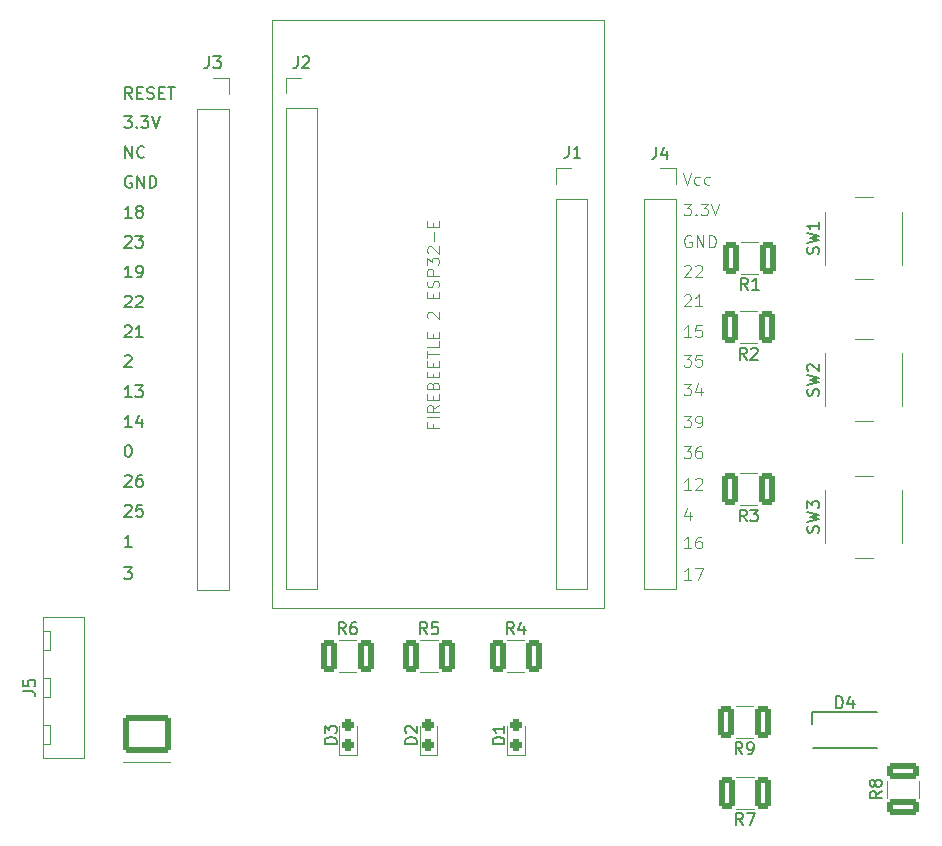
<source format=gbr>
%TF.GenerationSoftware,KiCad,Pcbnew,8.0.3*%
%TF.CreationDate,2024-07-08T01:17:26+08:00*%
%TF.ProjectId,First_pcb,46697273-745f-4706-9362-2e6b69636164,rev?*%
%TF.SameCoordinates,Original*%
%TF.FileFunction,Legend,Top*%
%TF.FilePolarity,Positive*%
%FSLAX46Y46*%
G04 Gerber Fmt 4.6, Leading zero omitted, Abs format (unit mm)*
G04 Created by KiCad (PCBNEW 8.0.3) date 2024-07-08 01:17:26*
%MOMM*%
%LPD*%
G01*
G04 APERTURE LIST*
G04 Aperture macros list*
%AMRoundRect*
0 Rectangle with rounded corners*
0 $1 Rounding radius*
0 $2 $3 $4 $5 $6 $7 $8 $9 X,Y pos of 4 corners*
0 Add a 4 corners polygon primitive as box body*
4,1,4,$2,$3,$4,$5,$6,$7,$8,$9,$2,$3,0*
0 Add four circle primitives for the rounded corners*
1,1,$1+$1,$2,$3*
1,1,$1+$1,$4,$5*
1,1,$1+$1,$6,$7*
1,1,$1+$1,$8,$9*
0 Add four rect primitives between the rounded corners*
20,1,$1+$1,$2,$3,$4,$5,0*
20,1,$1+$1,$4,$5,$6,$7,0*
20,1,$1+$1,$6,$7,$8,$9,0*
20,1,$1+$1,$8,$9,$2,$3,0*%
G04 Aperture macros list end*
%ADD10C,0.100000*%
%ADD11C,0.150000*%
%ADD12C,0.120000*%
%ADD13RoundRect,0.237500X0.237500X-0.287500X0.237500X0.287500X-0.237500X0.287500X-0.237500X-0.287500X0*%
%ADD14C,2.000000*%
%ADD15RoundRect,0.250000X0.400000X1.075000X-0.400000X1.075000X-0.400000X-1.075000X0.400000X-1.075000X0*%
%ADD16RoundRect,0.250000X-0.400000X-1.075000X0.400000X-1.075000X0.400000X1.075000X-0.400000X1.075000X0*%
%ADD17R,1.700000X1.700000*%
%ADD18O,1.700000X1.700000*%
%ADD19RoundRect,0.250000X1.800000X-1.330000X1.800000X1.330000X-1.800000X1.330000X-1.800000X-1.330000X0*%
%ADD20O,4.100000X3.160000*%
%ADD21RoundRect,0.250000X1.075000X-0.400000X1.075000X0.400000X-1.075000X0.400000X-1.075000X-0.400000X0*%
%ADD22R,1.500000X1.000000*%
G04 APERTURE END LIST*
D10*
X119668609Y-71952782D02*
X119668609Y-72286115D01*
X120192419Y-72286115D02*
X119192419Y-72286115D01*
X119192419Y-72286115D02*
X119192419Y-71809925D01*
X120192419Y-71428972D02*
X119192419Y-71428972D01*
X120192419Y-70381354D02*
X119716228Y-70714687D01*
X120192419Y-70952782D02*
X119192419Y-70952782D01*
X119192419Y-70952782D02*
X119192419Y-70571830D01*
X119192419Y-70571830D02*
X119240038Y-70476592D01*
X119240038Y-70476592D02*
X119287657Y-70428973D01*
X119287657Y-70428973D02*
X119382895Y-70381354D01*
X119382895Y-70381354D02*
X119525752Y-70381354D01*
X119525752Y-70381354D02*
X119620990Y-70428973D01*
X119620990Y-70428973D02*
X119668609Y-70476592D01*
X119668609Y-70476592D02*
X119716228Y-70571830D01*
X119716228Y-70571830D02*
X119716228Y-70952782D01*
X119668609Y-69952782D02*
X119668609Y-69619449D01*
X120192419Y-69476592D02*
X120192419Y-69952782D01*
X120192419Y-69952782D02*
X119192419Y-69952782D01*
X119192419Y-69952782D02*
X119192419Y-69476592D01*
X119668609Y-68714687D02*
X119716228Y-68571830D01*
X119716228Y-68571830D02*
X119763847Y-68524211D01*
X119763847Y-68524211D02*
X119859085Y-68476592D01*
X119859085Y-68476592D02*
X120001942Y-68476592D01*
X120001942Y-68476592D02*
X120097180Y-68524211D01*
X120097180Y-68524211D02*
X120144800Y-68571830D01*
X120144800Y-68571830D02*
X120192419Y-68667068D01*
X120192419Y-68667068D02*
X120192419Y-69048020D01*
X120192419Y-69048020D02*
X119192419Y-69048020D01*
X119192419Y-69048020D02*
X119192419Y-68714687D01*
X119192419Y-68714687D02*
X119240038Y-68619449D01*
X119240038Y-68619449D02*
X119287657Y-68571830D01*
X119287657Y-68571830D02*
X119382895Y-68524211D01*
X119382895Y-68524211D02*
X119478133Y-68524211D01*
X119478133Y-68524211D02*
X119573371Y-68571830D01*
X119573371Y-68571830D02*
X119620990Y-68619449D01*
X119620990Y-68619449D02*
X119668609Y-68714687D01*
X119668609Y-68714687D02*
X119668609Y-69048020D01*
X119668609Y-68048020D02*
X119668609Y-67714687D01*
X120192419Y-67571830D02*
X120192419Y-68048020D01*
X120192419Y-68048020D02*
X119192419Y-68048020D01*
X119192419Y-68048020D02*
X119192419Y-67571830D01*
X119668609Y-67143258D02*
X119668609Y-66809925D01*
X120192419Y-66667068D02*
X120192419Y-67143258D01*
X120192419Y-67143258D02*
X119192419Y-67143258D01*
X119192419Y-67143258D02*
X119192419Y-66667068D01*
X119192419Y-66381353D02*
X119192419Y-65809925D01*
X120192419Y-66095639D02*
X119192419Y-66095639D01*
X120192419Y-65000401D02*
X120192419Y-65476591D01*
X120192419Y-65476591D02*
X119192419Y-65476591D01*
X119668609Y-64667067D02*
X119668609Y-64333734D01*
X120192419Y-64190877D02*
X120192419Y-64667067D01*
X120192419Y-64667067D02*
X119192419Y-64667067D01*
X119192419Y-64667067D02*
X119192419Y-64190877D01*
X119287657Y-63048019D02*
X119240038Y-63000400D01*
X119240038Y-63000400D02*
X119192419Y-62905162D01*
X119192419Y-62905162D02*
X119192419Y-62667067D01*
X119192419Y-62667067D02*
X119240038Y-62571829D01*
X119240038Y-62571829D02*
X119287657Y-62524210D01*
X119287657Y-62524210D02*
X119382895Y-62476591D01*
X119382895Y-62476591D02*
X119478133Y-62476591D01*
X119478133Y-62476591D02*
X119620990Y-62524210D01*
X119620990Y-62524210D02*
X120192419Y-63095638D01*
X120192419Y-63095638D02*
X120192419Y-62476591D01*
X119668609Y-61286114D02*
X119668609Y-60952781D01*
X120192419Y-60809924D02*
X120192419Y-61286114D01*
X120192419Y-61286114D02*
X119192419Y-61286114D01*
X119192419Y-61286114D02*
X119192419Y-60809924D01*
X120144800Y-60428971D02*
X120192419Y-60286114D01*
X120192419Y-60286114D02*
X120192419Y-60048019D01*
X120192419Y-60048019D02*
X120144800Y-59952781D01*
X120144800Y-59952781D02*
X120097180Y-59905162D01*
X120097180Y-59905162D02*
X120001942Y-59857543D01*
X120001942Y-59857543D02*
X119906704Y-59857543D01*
X119906704Y-59857543D02*
X119811466Y-59905162D01*
X119811466Y-59905162D02*
X119763847Y-59952781D01*
X119763847Y-59952781D02*
X119716228Y-60048019D01*
X119716228Y-60048019D02*
X119668609Y-60238495D01*
X119668609Y-60238495D02*
X119620990Y-60333733D01*
X119620990Y-60333733D02*
X119573371Y-60381352D01*
X119573371Y-60381352D02*
X119478133Y-60428971D01*
X119478133Y-60428971D02*
X119382895Y-60428971D01*
X119382895Y-60428971D02*
X119287657Y-60381352D01*
X119287657Y-60381352D02*
X119240038Y-60333733D01*
X119240038Y-60333733D02*
X119192419Y-60238495D01*
X119192419Y-60238495D02*
X119192419Y-60000400D01*
X119192419Y-60000400D02*
X119240038Y-59857543D01*
X120192419Y-59428971D02*
X119192419Y-59428971D01*
X119192419Y-59428971D02*
X119192419Y-59048019D01*
X119192419Y-59048019D02*
X119240038Y-58952781D01*
X119240038Y-58952781D02*
X119287657Y-58905162D01*
X119287657Y-58905162D02*
X119382895Y-58857543D01*
X119382895Y-58857543D02*
X119525752Y-58857543D01*
X119525752Y-58857543D02*
X119620990Y-58905162D01*
X119620990Y-58905162D02*
X119668609Y-58952781D01*
X119668609Y-58952781D02*
X119716228Y-59048019D01*
X119716228Y-59048019D02*
X119716228Y-59428971D01*
X119192419Y-58524209D02*
X119192419Y-57905162D01*
X119192419Y-57905162D02*
X119573371Y-58238495D01*
X119573371Y-58238495D02*
X119573371Y-58095638D01*
X119573371Y-58095638D02*
X119620990Y-58000400D01*
X119620990Y-58000400D02*
X119668609Y-57952781D01*
X119668609Y-57952781D02*
X119763847Y-57905162D01*
X119763847Y-57905162D02*
X120001942Y-57905162D01*
X120001942Y-57905162D02*
X120097180Y-57952781D01*
X120097180Y-57952781D02*
X120144800Y-58000400D01*
X120144800Y-58000400D02*
X120192419Y-58095638D01*
X120192419Y-58095638D02*
X120192419Y-58381352D01*
X120192419Y-58381352D02*
X120144800Y-58476590D01*
X120144800Y-58476590D02*
X120097180Y-58524209D01*
X119287657Y-57524209D02*
X119240038Y-57476590D01*
X119240038Y-57476590D02*
X119192419Y-57381352D01*
X119192419Y-57381352D02*
X119192419Y-57143257D01*
X119192419Y-57143257D02*
X119240038Y-57048019D01*
X119240038Y-57048019D02*
X119287657Y-57000400D01*
X119287657Y-57000400D02*
X119382895Y-56952781D01*
X119382895Y-56952781D02*
X119478133Y-56952781D01*
X119478133Y-56952781D02*
X119620990Y-57000400D01*
X119620990Y-57000400D02*
X120192419Y-57571828D01*
X120192419Y-57571828D02*
X120192419Y-56952781D01*
X119811466Y-56524209D02*
X119811466Y-55762305D01*
X119668609Y-55286114D02*
X119668609Y-54952781D01*
X120192419Y-54809924D02*
X120192419Y-55286114D01*
X120192419Y-55286114D02*
X119192419Y-55286114D01*
X119192419Y-55286114D02*
X119192419Y-54809924D01*
X106050000Y-37800000D02*
X134190000Y-37800000D01*
X134190000Y-87570000D01*
X106050000Y-87570000D01*
X106050000Y-37800000D01*
X141527693Y-85172419D02*
X140956265Y-85172419D01*
X141241979Y-85172419D02*
X141241979Y-84172419D01*
X141241979Y-84172419D02*
X141146741Y-84315276D01*
X141146741Y-84315276D02*
X141051503Y-84410514D01*
X141051503Y-84410514D02*
X140956265Y-84458133D01*
X141861027Y-84172419D02*
X142527693Y-84172419D01*
X142527693Y-84172419D02*
X142099122Y-85172419D01*
X141527693Y-82522419D02*
X140956265Y-82522419D01*
X141241979Y-82522419D02*
X141241979Y-81522419D01*
X141241979Y-81522419D02*
X141146741Y-81665276D01*
X141146741Y-81665276D02*
X141051503Y-81760514D01*
X141051503Y-81760514D02*
X140956265Y-81808133D01*
X142384836Y-81522419D02*
X142194360Y-81522419D01*
X142194360Y-81522419D02*
X142099122Y-81570038D01*
X142099122Y-81570038D02*
X142051503Y-81617657D01*
X142051503Y-81617657D02*
X141956265Y-81760514D01*
X141956265Y-81760514D02*
X141908646Y-81950990D01*
X141908646Y-81950990D02*
X141908646Y-82331942D01*
X141908646Y-82331942D02*
X141956265Y-82427180D01*
X141956265Y-82427180D02*
X142003884Y-82474800D01*
X142003884Y-82474800D02*
X142099122Y-82522419D01*
X142099122Y-82522419D02*
X142289598Y-82522419D01*
X142289598Y-82522419D02*
X142384836Y-82474800D01*
X142384836Y-82474800D02*
X142432455Y-82427180D01*
X142432455Y-82427180D02*
X142480074Y-82331942D01*
X142480074Y-82331942D02*
X142480074Y-82093847D01*
X142480074Y-82093847D02*
X142432455Y-81998609D01*
X142432455Y-81998609D02*
X142384836Y-81950990D01*
X142384836Y-81950990D02*
X142289598Y-81903371D01*
X142289598Y-81903371D02*
X142099122Y-81903371D01*
X142099122Y-81903371D02*
X142003884Y-81950990D01*
X142003884Y-81950990D02*
X141956265Y-81998609D01*
X141956265Y-81998609D02*
X141908646Y-82093847D01*
X141432455Y-79455752D02*
X141432455Y-80122419D01*
X141194360Y-79074800D02*
X140956265Y-79789085D01*
X140956265Y-79789085D02*
X141575312Y-79789085D01*
X141527693Y-77572419D02*
X140956265Y-77572419D01*
X141241979Y-77572419D02*
X141241979Y-76572419D01*
X141241979Y-76572419D02*
X141146741Y-76715276D01*
X141146741Y-76715276D02*
X141051503Y-76810514D01*
X141051503Y-76810514D02*
X140956265Y-76858133D01*
X141908646Y-76667657D02*
X141956265Y-76620038D01*
X141956265Y-76620038D02*
X142051503Y-76572419D01*
X142051503Y-76572419D02*
X142289598Y-76572419D01*
X142289598Y-76572419D02*
X142384836Y-76620038D01*
X142384836Y-76620038D02*
X142432455Y-76667657D01*
X142432455Y-76667657D02*
X142480074Y-76762895D01*
X142480074Y-76762895D02*
X142480074Y-76858133D01*
X142480074Y-76858133D02*
X142432455Y-77000990D01*
X142432455Y-77000990D02*
X141861027Y-77572419D01*
X141861027Y-77572419D02*
X142480074Y-77572419D01*
X140908646Y-73872419D02*
X141527693Y-73872419D01*
X141527693Y-73872419D02*
X141194360Y-74253371D01*
X141194360Y-74253371D02*
X141337217Y-74253371D01*
X141337217Y-74253371D02*
X141432455Y-74300990D01*
X141432455Y-74300990D02*
X141480074Y-74348609D01*
X141480074Y-74348609D02*
X141527693Y-74443847D01*
X141527693Y-74443847D02*
X141527693Y-74681942D01*
X141527693Y-74681942D02*
X141480074Y-74777180D01*
X141480074Y-74777180D02*
X141432455Y-74824800D01*
X141432455Y-74824800D02*
X141337217Y-74872419D01*
X141337217Y-74872419D02*
X141051503Y-74872419D01*
X141051503Y-74872419D02*
X140956265Y-74824800D01*
X140956265Y-74824800D02*
X140908646Y-74777180D01*
X142384836Y-73872419D02*
X142194360Y-73872419D01*
X142194360Y-73872419D02*
X142099122Y-73920038D01*
X142099122Y-73920038D02*
X142051503Y-73967657D01*
X142051503Y-73967657D02*
X141956265Y-74110514D01*
X141956265Y-74110514D02*
X141908646Y-74300990D01*
X141908646Y-74300990D02*
X141908646Y-74681942D01*
X141908646Y-74681942D02*
X141956265Y-74777180D01*
X141956265Y-74777180D02*
X142003884Y-74824800D01*
X142003884Y-74824800D02*
X142099122Y-74872419D01*
X142099122Y-74872419D02*
X142289598Y-74872419D01*
X142289598Y-74872419D02*
X142384836Y-74824800D01*
X142384836Y-74824800D02*
X142432455Y-74777180D01*
X142432455Y-74777180D02*
X142480074Y-74681942D01*
X142480074Y-74681942D02*
X142480074Y-74443847D01*
X142480074Y-74443847D02*
X142432455Y-74348609D01*
X142432455Y-74348609D02*
X142384836Y-74300990D01*
X142384836Y-74300990D02*
X142289598Y-74253371D01*
X142289598Y-74253371D02*
X142099122Y-74253371D01*
X142099122Y-74253371D02*
X142003884Y-74300990D01*
X142003884Y-74300990D02*
X141956265Y-74348609D01*
X141956265Y-74348609D02*
X141908646Y-74443847D01*
X140908646Y-71272419D02*
X141527693Y-71272419D01*
X141527693Y-71272419D02*
X141194360Y-71653371D01*
X141194360Y-71653371D02*
X141337217Y-71653371D01*
X141337217Y-71653371D02*
X141432455Y-71700990D01*
X141432455Y-71700990D02*
X141480074Y-71748609D01*
X141480074Y-71748609D02*
X141527693Y-71843847D01*
X141527693Y-71843847D02*
X141527693Y-72081942D01*
X141527693Y-72081942D02*
X141480074Y-72177180D01*
X141480074Y-72177180D02*
X141432455Y-72224800D01*
X141432455Y-72224800D02*
X141337217Y-72272419D01*
X141337217Y-72272419D02*
X141051503Y-72272419D01*
X141051503Y-72272419D02*
X140956265Y-72224800D01*
X140956265Y-72224800D02*
X140908646Y-72177180D01*
X142003884Y-72272419D02*
X142194360Y-72272419D01*
X142194360Y-72272419D02*
X142289598Y-72224800D01*
X142289598Y-72224800D02*
X142337217Y-72177180D01*
X142337217Y-72177180D02*
X142432455Y-72034323D01*
X142432455Y-72034323D02*
X142480074Y-71843847D01*
X142480074Y-71843847D02*
X142480074Y-71462895D01*
X142480074Y-71462895D02*
X142432455Y-71367657D01*
X142432455Y-71367657D02*
X142384836Y-71320038D01*
X142384836Y-71320038D02*
X142289598Y-71272419D01*
X142289598Y-71272419D02*
X142099122Y-71272419D01*
X142099122Y-71272419D02*
X142003884Y-71320038D01*
X142003884Y-71320038D02*
X141956265Y-71367657D01*
X141956265Y-71367657D02*
X141908646Y-71462895D01*
X141908646Y-71462895D02*
X141908646Y-71700990D01*
X141908646Y-71700990D02*
X141956265Y-71796228D01*
X141956265Y-71796228D02*
X142003884Y-71843847D01*
X142003884Y-71843847D02*
X142099122Y-71891466D01*
X142099122Y-71891466D02*
X142289598Y-71891466D01*
X142289598Y-71891466D02*
X142384836Y-71843847D01*
X142384836Y-71843847D02*
X142432455Y-71796228D01*
X142432455Y-71796228D02*
X142480074Y-71700990D01*
X140908646Y-68572419D02*
X141527693Y-68572419D01*
X141527693Y-68572419D02*
X141194360Y-68953371D01*
X141194360Y-68953371D02*
X141337217Y-68953371D01*
X141337217Y-68953371D02*
X141432455Y-69000990D01*
X141432455Y-69000990D02*
X141480074Y-69048609D01*
X141480074Y-69048609D02*
X141527693Y-69143847D01*
X141527693Y-69143847D02*
X141527693Y-69381942D01*
X141527693Y-69381942D02*
X141480074Y-69477180D01*
X141480074Y-69477180D02*
X141432455Y-69524800D01*
X141432455Y-69524800D02*
X141337217Y-69572419D01*
X141337217Y-69572419D02*
X141051503Y-69572419D01*
X141051503Y-69572419D02*
X140956265Y-69524800D01*
X140956265Y-69524800D02*
X140908646Y-69477180D01*
X142384836Y-68905752D02*
X142384836Y-69572419D01*
X142146741Y-68524800D02*
X141908646Y-69239085D01*
X141908646Y-69239085D02*
X142527693Y-69239085D01*
X140908646Y-66122419D02*
X141527693Y-66122419D01*
X141527693Y-66122419D02*
X141194360Y-66503371D01*
X141194360Y-66503371D02*
X141337217Y-66503371D01*
X141337217Y-66503371D02*
X141432455Y-66550990D01*
X141432455Y-66550990D02*
X141480074Y-66598609D01*
X141480074Y-66598609D02*
X141527693Y-66693847D01*
X141527693Y-66693847D02*
X141527693Y-66931942D01*
X141527693Y-66931942D02*
X141480074Y-67027180D01*
X141480074Y-67027180D02*
X141432455Y-67074800D01*
X141432455Y-67074800D02*
X141337217Y-67122419D01*
X141337217Y-67122419D02*
X141051503Y-67122419D01*
X141051503Y-67122419D02*
X140956265Y-67074800D01*
X140956265Y-67074800D02*
X140908646Y-67027180D01*
X142432455Y-66122419D02*
X141956265Y-66122419D01*
X141956265Y-66122419D02*
X141908646Y-66598609D01*
X141908646Y-66598609D02*
X141956265Y-66550990D01*
X141956265Y-66550990D02*
X142051503Y-66503371D01*
X142051503Y-66503371D02*
X142289598Y-66503371D01*
X142289598Y-66503371D02*
X142384836Y-66550990D01*
X142384836Y-66550990D02*
X142432455Y-66598609D01*
X142432455Y-66598609D02*
X142480074Y-66693847D01*
X142480074Y-66693847D02*
X142480074Y-66931942D01*
X142480074Y-66931942D02*
X142432455Y-67027180D01*
X142432455Y-67027180D02*
X142384836Y-67074800D01*
X142384836Y-67074800D02*
X142289598Y-67122419D01*
X142289598Y-67122419D02*
X142051503Y-67122419D01*
X142051503Y-67122419D02*
X141956265Y-67074800D01*
X141956265Y-67074800D02*
X141908646Y-67027180D01*
X141527693Y-64622419D02*
X140956265Y-64622419D01*
X141241979Y-64622419D02*
X141241979Y-63622419D01*
X141241979Y-63622419D02*
X141146741Y-63765276D01*
X141146741Y-63765276D02*
X141051503Y-63860514D01*
X141051503Y-63860514D02*
X140956265Y-63908133D01*
X142432455Y-63622419D02*
X141956265Y-63622419D01*
X141956265Y-63622419D02*
X141908646Y-64098609D01*
X141908646Y-64098609D02*
X141956265Y-64050990D01*
X141956265Y-64050990D02*
X142051503Y-64003371D01*
X142051503Y-64003371D02*
X142289598Y-64003371D01*
X142289598Y-64003371D02*
X142384836Y-64050990D01*
X142384836Y-64050990D02*
X142432455Y-64098609D01*
X142432455Y-64098609D02*
X142480074Y-64193847D01*
X142480074Y-64193847D02*
X142480074Y-64431942D01*
X142480074Y-64431942D02*
X142432455Y-64527180D01*
X142432455Y-64527180D02*
X142384836Y-64574800D01*
X142384836Y-64574800D02*
X142289598Y-64622419D01*
X142289598Y-64622419D02*
X142051503Y-64622419D01*
X142051503Y-64622419D02*
X141956265Y-64574800D01*
X141956265Y-64574800D02*
X141908646Y-64527180D01*
X140956265Y-61117657D02*
X141003884Y-61070038D01*
X141003884Y-61070038D02*
X141099122Y-61022419D01*
X141099122Y-61022419D02*
X141337217Y-61022419D01*
X141337217Y-61022419D02*
X141432455Y-61070038D01*
X141432455Y-61070038D02*
X141480074Y-61117657D01*
X141480074Y-61117657D02*
X141527693Y-61212895D01*
X141527693Y-61212895D02*
X141527693Y-61308133D01*
X141527693Y-61308133D02*
X141480074Y-61450990D01*
X141480074Y-61450990D02*
X140908646Y-62022419D01*
X140908646Y-62022419D02*
X141527693Y-62022419D01*
X142480074Y-62022419D02*
X141908646Y-62022419D01*
X142194360Y-62022419D02*
X142194360Y-61022419D01*
X142194360Y-61022419D02*
X142099122Y-61165276D01*
X142099122Y-61165276D02*
X142003884Y-61260514D01*
X142003884Y-61260514D02*
X141908646Y-61308133D01*
X140956265Y-58617657D02*
X141003884Y-58570038D01*
X141003884Y-58570038D02*
X141099122Y-58522419D01*
X141099122Y-58522419D02*
X141337217Y-58522419D01*
X141337217Y-58522419D02*
X141432455Y-58570038D01*
X141432455Y-58570038D02*
X141480074Y-58617657D01*
X141480074Y-58617657D02*
X141527693Y-58712895D01*
X141527693Y-58712895D02*
X141527693Y-58808133D01*
X141527693Y-58808133D02*
X141480074Y-58950990D01*
X141480074Y-58950990D02*
X140908646Y-59522419D01*
X140908646Y-59522419D02*
X141527693Y-59522419D01*
X141908646Y-58617657D02*
X141956265Y-58570038D01*
X141956265Y-58570038D02*
X142051503Y-58522419D01*
X142051503Y-58522419D02*
X142289598Y-58522419D01*
X142289598Y-58522419D02*
X142384836Y-58570038D01*
X142384836Y-58570038D02*
X142432455Y-58617657D01*
X142432455Y-58617657D02*
X142480074Y-58712895D01*
X142480074Y-58712895D02*
X142480074Y-58808133D01*
X142480074Y-58808133D02*
X142432455Y-58950990D01*
X142432455Y-58950990D02*
X141861027Y-59522419D01*
X141861027Y-59522419D02*
X142480074Y-59522419D01*
X141527693Y-56070038D02*
X141432455Y-56022419D01*
X141432455Y-56022419D02*
X141289598Y-56022419D01*
X141289598Y-56022419D02*
X141146741Y-56070038D01*
X141146741Y-56070038D02*
X141051503Y-56165276D01*
X141051503Y-56165276D02*
X141003884Y-56260514D01*
X141003884Y-56260514D02*
X140956265Y-56450990D01*
X140956265Y-56450990D02*
X140956265Y-56593847D01*
X140956265Y-56593847D02*
X141003884Y-56784323D01*
X141003884Y-56784323D02*
X141051503Y-56879561D01*
X141051503Y-56879561D02*
X141146741Y-56974800D01*
X141146741Y-56974800D02*
X141289598Y-57022419D01*
X141289598Y-57022419D02*
X141384836Y-57022419D01*
X141384836Y-57022419D02*
X141527693Y-56974800D01*
X141527693Y-56974800D02*
X141575312Y-56927180D01*
X141575312Y-56927180D02*
X141575312Y-56593847D01*
X141575312Y-56593847D02*
X141384836Y-56593847D01*
X142003884Y-57022419D02*
X142003884Y-56022419D01*
X142003884Y-56022419D02*
X142575312Y-57022419D01*
X142575312Y-57022419D02*
X142575312Y-56022419D01*
X143051503Y-57022419D02*
X143051503Y-56022419D01*
X143051503Y-56022419D02*
X143289598Y-56022419D01*
X143289598Y-56022419D02*
X143432455Y-56070038D01*
X143432455Y-56070038D02*
X143527693Y-56165276D01*
X143527693Y-56165276D02*
X143575312Y-56260514D01*
X143575312Y-56260514D02*
X143622931Y-56450990D01*
X143622931Y-56450990D02*
X143622931Y-56593847D01*
X143622931Y-56593847D02*
X143575312Y-56784323D01*
X143575312Y-56784323D02*
X143527693Y-56879561D01*
X143527693Y-56879561D02*
X143432455Y-56974800D01*
X143432455Y-56974800D02*
X143289598Y-57022419D01*
X143289598Y-57022419D02*
X143051503Y-57022419D01*
X140908646Y-53322419D02*
X141527693Y-53322419D01*
X141527693Y-53322419D02*
X141194360Y-53703371D01*
X141194360Y-53703371D02*
X141337217Y-53703371D01*
X141337217Y-53703371D02*
X141432455Y-53750990D01*
X141432455Y-53750990D02*
X141480074Y-53798609D01*
X141480074Y-53798609D02*
X141527693Y-53893847D01*
X141527693Y-53893847D02*
X141527693Y-54131942D01*
X141527693Y-54131942D02*
X141480074Y-54227180D01*
X141480074Y-54227180D02*
X141432455Y-54274800D01*
X141432455Y-54274800D02*
X141337217Y-54322419D01*
X141337217Y-54322419D02*
X141051503Y-54322419D01*
X141051503Y-54322419D02*
X140956265Y-54274800D01*
X140956265Y-54274800D02*
X140908646Y-54227180D01*
X141956265Y-54227180D02*
X142003884Y-54274800D01*
X142003884Y-54274800D02*
X141956265Y-54322419D01*
X141956265Y-54322419D02*
X141908646Y-54274800D01*
X141908646Y-54274800D02*
X141956265Y-54227180D01*
X141956265Y-54227180D02*
X141956265Y-54322419D01*
X142337217Y-53322419D02*
X142956264Y-53322419D01*
X142956264Y-53322419D02*
X142622931Y-53703371D01*
X142622931Y-53703371D02*
X142765788Y-53703371D01*
X142765788Y-53703371D02*
X142861026Y-53750990D01*
X142861026Y-53750990D02*
X142908645Y-53798609D01*
X142908645Y-53798609D02*
X142956264Y-53893847D01*
X142956264Y-53893847D02*
X142956264Y-54131942D01*
X142956264Y-54131942D02*
X142908645Y-54227180D01*
X142908645Y-54227180D02*
X142861026Y-54274800D01*
X142861026Y-54274800D02*
X142765788Y-54322419D01*
X142765788Y-54322419D02*
X142480074Y-54322419D01*
X142480074Y-54322419D02*
X142384836Y-54274800D01*
X142384836Y-54274800D02*
X142337217Y-54227180D01*
X143241979Y-53322419D02*
X143575312Y-54322419D01*
X143575312Y-54322419D02*
X143908645Y-53322419D01*
X140861027Y-50722419D02*
X141194360Y-51722419D01*
X141194360Y-51722419D02*
X141527693Y-50722419D01*
X142289598Y-51674800D02*
X142194360Y-51722419D01*
X142194360Y-51722419D02*
X142003884Y-51722419D01*
X142003884Y-51722419D02*
X141908646Y-51674800D01*
X141908646Y-51674800D02*
X141861027Y-51627180D01*
X141861027Y-51627180D02*
X141813408Y-51531942D01*
X141813408Y-51531942D02*
X141813408Y-51246228D01*
X141813408Y-51246228D02*
X141861027Y-51150990D01*
X141861027Y-51150990D02*
X141908646Y-51103371D01*
X141908646Y-51103371D02*
X142003884Y-51055752D01*
X142003884Y-51055752D02*
X142194360Y-51055752D01*
X142194360Y-51055752D02*
X142289598Y-51103371D01*
X143146741Y-51674800D02*
X143051503Y-51722419D01*
X143051503Y-51722419D02*
X142861027Y-51722419D01*
X142861027Y-51722419D02*
X142765789Y-51674800D01*
X142765789Y-51674800D02*
X142718170Y-51627180D01*
X142718170Y-51627180D02*
X142670551Y-51531942D01*
X142670551Y-51531942D02*
X142670551Y-51246228D01*
X142670551Y-51246228D02*
X142718170Y-51150990D01*
X142718170Y-51150990D02*
X142765789Y-51103371D01*
X142765789Y-51103371D02*
X142861027Y-51055752D01*
X142861027Y-51055752D02*
X143051503Y-51055752D01*
X143051503Y-51055752D02*
X143146741Y-51103371D01*
D11*
X94208207Y-44469819D02*
X93874874Y-43993628D01*
X93636779Y-44469819D02*
X93636779Y-43469819D01*
X93636779Y-43469819D02*
X94017731Y-43469819D01*
X94017731Y-43469819D02*
X94112969Y-43517438D01*
X94112969Y-43517438D02*
X94160588Y-43565057D01*
X94160588Y-43565057D02*
X94208207Y-43660295D01*
X94208207Y-43660295D02*
X94208207Y-43803152D01*
X94208207Y-43803152D02*
X94160588Y-43898390D01*
X94160588Y-43898390D02*
X94112969Y-43946009D01*
X94112969Y-43946009D02*
X94017731Y-43993628D01*
X94017731Y-43993628D02*
X93636779Y-43993628D01*
X94636779Y-43946009D02*
X94970112Y-43946009D01*
X95112969Y-44469819D02*
X94636779Y-44469819D01*
X94636779Y-44469819D02*
X94636779Y-43469819D01*
X94636779Y-43469819D02*
X95112969Y-43469819D01*
X95493922Y-44422200D02*
X95636779Y-44469819D01*
X95636779Y-44469819D02*
X95874874Y-44469819D01*
X95874874Y-44469819D02*
X95970112Y-44422200D01*
X95970112Y-44422200D02*
X96017731Y-44374580D01*
X96017731Y-44374580D02*
X96065350Y-44279342D01*
X96065350Y-44279342D02*
X96065350Y-44184104D01*
X96065350Y-44184104D02*
X96017731Y-44088866D01*
X96017731Y-44088866D02*
X95970112Y-44041247D01*
X95970112Y-44041247D02*
X95874874Y-43993628D01*
X95874874Y-43993628D02*
X95684398Y-43946009D01*
X95684398Y-43946009D02*
X95589160Y-43898390D01*
X95589160Y-43898390D02*
X95541541Y-43850771D01*
X95541541Y-43850771D02*
X95493922Y-43755533D01*
X95493922Y-43755533D02*
X95493922Y-43660295D01*
X95493922Y-43660295D02*
X95541541Y-43565057D01*
X95541541Y-43565057D02*
X95589160Y-43517438D01*
X95589160Y-43517438D02*
X95684398Y-43469819D01*
X95684398Y-43469819D02*
X95922493Y-43469819D01*
X95922493Y-43469819D02*
X96065350Y-43517438D01*
X96493922Y-43946009D02*
X96827255Y-43946009D01*
X96970112Y-44469819D02*
X96493922Y-44469819D01*
X96493922Y-44469819D02*
X96493922Y-43469819D01*
X96493922Y-43469819D02*
X96970112Y-43469819D01*
X97255827Y-43469819D02*
X97827255Y-43469819D01*
X97541541Y-44469819D02*
X97541541Y-43469819D01*
X93636779Y-49451961D02*
X93636779Y-48451961D01*
X93636779Y-48451961D02*
X94208207Y-49451961D01*
X94208207Y-49451961D02*
X94208207Y-48451961D01*
X95255826Y-49356722D02*
X95208207Y-49404342D01*
X95208207Y-49404342D02*
X95065350Y-49451961D01*
X95065350Y-49451961D02*
X94970112Y-49451961D01*
X94970112Y-49451961D02*
X94827255Y-49404342D01*
X94827255Y-49404342D02*
X94732017Y-49309103D01*
X94732017Y-49309103D02*
X94684398Y-49213865D01*
X94684398Y-49213865D02*
X94636779Y-49023389D01*
X94636779Y-49023389D02*
X94636779Y-48880532D01*
X94636779Y-48880532D02*
X94684398Y-48690056D01*
X94684398Y-48690056D02*
X94732017Y-48594818D01*
X94732017Y-48594818D02*
X94827255Y-48499580D01*
X94827255Y-48499580D02*
X94970112Y-48451961D01*
X94970112Y-48451961D02*
X95065350Y-48451961D01*
X95065350Y-48451961D02*
X95208207Y-48499580D01*
X95208207Y-48499580D02*
X95255826Y-48547199D01*
X94160588Y-54516245D02*
X93589160Y-54516245D01*
X93874874Y-54516245D02*
X93874874Y-53516245D01*
X93874874Y-53516245D02*
X93779636Y-53659102D01*
X93779636Y-53659102D02*
X93684398Y-53754340D01*
X93684398Y-53754340D02*
X93589160Y-53801959D01*
X94732017Y-53944816D02*
X94636779Y-53897197D01*
X94636779Y-53897197D02*
X94589160Y-53849578D01*
X94589160Y-53849578D02*
X94541541Y-53754340D01*
X94541541Y-53754340D02*
X94541541Y-53706721D01*
X94541541Y-53706721D02*
X94589160Y-53611483D01*
X94589160Y-53611483D02*
X94636779Y-53563864D01*
X94636779Y-53563864D02*
X94732017Y-53516245D01*
X94732017Y-53516245D02*
X94922493Y-53516245D01*
X94922493Y-53516245D02*
X95017731Y-53563864D01*
X95017731Y-53563864D02*
X95065350Y-53611483D01*
X95065350Y-53611483D02*
X95112969Y-53706721D01*
X95112969Y-53706721D02*
X95112969Y-53754340D01*
X95112969Y-53754340D02*
X95065350Y-53849578D01*
X95065350Y-53849578D02*
X95017731Y-53897197D01*
X95017731Y-53897197D02*
X94922493Y-53944816D01*
X94922493Y-53944816D02*
X94732017Y-53944816D01*
X94732017Y-53944816D02*
X94636779Y-53992435D01*
X94636779Y-53992435D02*
X94589160Y-54040054D01*
X94589160Y-54040054D02*
X94541541Y-54135292D01*
X94541541Y-54135292D02*
X94541541Y-54325768D01*
X94541541Y-54325768D02*
X94589160Y-54421006D01*
X94589160Y-54421006D02*
X94636779Y-54468626D01*
X94636779Y-54468626D02*
X94732017Y-54516245D01*
X94732017Y-54516245D02*
X94922493Y-54516245D01*
X94922493Y-54516245D02*
X95017731Y-54468626D01*
X95017731Y-54468626D02*
X95065350Y-54421006D01*
X95065350Y-54421006D02*
X95112969Y-54325768D01*
X95112969Y-54325768D02*
X95112969Y-54135292D01*
X95112969Y-54135292D02*
X95065350Y-54040054D01*
X95065350Y-54040054D02*
X95017731Y-53992435D01*
X95017731Y-53992435D02*
X94922493Y-53944816D01*
X93589160Y-61207909D02*
X93636779Y-61160290D01*
X93636779Y-61160290D02*
X93732017Y-61112671D01*
X93732017Y-61112671D02*
X93970112Y-61112671D01*
X93970112Y-61112671D02*
X94065350Y-61160290D01*
X94065350Y-61160290D02*
X94112969Y-61207909D01*
X94112969Y-61207909D02*
X94160588Y-61303147D01*
X94160588Y-61303147D02*
X94160588Y-61398385D01*
X94160588Y-61398385D02*
X94112969Y-61541242D01*
X94112969Y-61541242D02*
X93541541Y-62112671D01*
X93541541Y-62112671D02*
X94160588Y-62112671D01*
X94541541Y-61207909D02*
X94589160Y-61160290D01*
X94589160Y-61160290D02*
X94684398Y-61112671D01*
X94684398Y-61112671D02*
X94922493Y-61112671D01*
X94922493Y-61112671D02*
X95017731Y-61160290D01*
X95017731Y-61160290D02*
X95065350Y-61207909D01*
X95065350Y-61207909D02*
X95112969Y-61303147D01*
X95112969Y-61303147D02*
X95112969Y-61398385D01*
X95112969Y-61398385D02*
X95065350Y-61541242D01*
X95065350Y-61541242D02*
X94493922Y-62112671D01*
X94493922Y-62112671D02*
X95112969Y-62112671D01*
X93589160Y-63740051D02*
X93636779Y-63692432D01*
X93636779Y-63692432D02*
X93732017Y-63644813D01*
X93732017Y-63644813D02*
X93970112Y-63644813D01*
X93970112Y-63644813D02*
X94065350Y-63692432D01*
X94065350Y-63692432D02*
X94112969Y-63740051D01*
X94112969Y-63740051D02*
X94160588Y-63835289D01*
X94160588Y-63835289D02*
X94160588Y-63930527D01*
X94160588Y-63930527D02*
X94112969Y-64073384D01*
X94112969Y-64073384D02*
X93541541Y-64644813D01*
X93541541Y-64644813D02*
X94160588Y-64644813D01*
X95112969Y-64644813D02*
X94541541Y-64644813D01*
X94827255Y-64644813D02*
X94827255Y-63644813D01*
X94827255Y-63644813D02*
X94732017Y-63787670D01*
X94732017Y-63787670D02*
X94636779Y-63882908D01*
X94636779Y-63882908D02*
X94541541Y-63930527D01*
X93589160Y-56143625D02*
X93636779Y-56096006D01*
X93636779Y-56096006D02*
X93732017Y-56048387D01*
X93732017Y-56048387D02*
X93970112Y-56048387D01*
X93970112Y-56048387D02*
X94065350Y-56096006D01*
X94065350Y-56096006D02*
X94112969Y-56143625D01*
X94112969Y-56143625D02*
X94160588Y-56238863D01*
X94160588Y-56238863D02*
X94160588Y-56334101D01*
X94160588Y-56334101D02*
X94112969Y-56476958D01*
X94112969Y-56476958D02*
X93541541Y-57048387D01*
X93541541Y-57048387D02*
X94160588Y-57048387D01*
X94493922Y-56048387D02*
X95112969Y-56048387D01*
X95112969Y-56048387D02*
X94779636Y-56429339D01*
X94779636Y-56429339D02*
X94922493Y-56429339D01*
X94922493Y-56429339D02*
X95017731Y-56476958D01*
X95017731Y-56476958D02*
X95065350Y-56524577D01*
X95065350Y-56524577D02*
X95112969Y-56619815D01*
X95112969Y-56619815D02*
X95112969Y-56857910D01*
X95112969Y-56857910D02*
X95065350Y-56953148D01*
X95065350Y-56953148D02*
X95017731Y-57000768D01*
X95017731Y-57000768D02*
X94922493Y-57048387D01*
X94922493Y-57048387D02*
X94636779Y-57048387D01*
X94636779Y-57048387D02*
X94541541Y-57000768D01*
X94541541Y-57000768D02*
X94493922Y-56953148D01*
X94160588Y-59580529D02*
X93589160Y-59580529D01*
X93874874Y-59580529D02*
X93874874Y-58580529D01*
X93874874Y-58580529D02*
X93779636Y-58723386D01*
X93779636Y-58723386D02*
X93684398Y-58818624D01*
X93684398Y-58818624D02*
X93589160Y-58866243D01*
X94636779Y-59580529D02*
X94827255Y-59580529D01*
X94827255Y-59580529D02*
X94922493Y-59532910D01*
X94922493Y-59532910D02*
X94970112Y-59485290D01*
X94970112Y-59485290D02*
X95065350Y-59342433D01*
X95065350Y-59342433D02*
X95112969Y-59151957D01*
X95112969Y-59151957D02*
X95112969Y-58771005D01*
X95112969Y-58771005D02*
X95065350Y-58675767D01*
X95065350Y-58675767D02*
X95017731Y-58628148D01*
X95017731Y-58628148D02*
X94922493Y-58580529D01*
X94922493Y-58580529D02*
X94732017Y-58580529D01*
X94732017Y-58580529D02*
X94636779Y-58628148D01*
X94636779Y-58628148D02*
X94589160Y-58675767D01*
X94589160Y-58675767D02*
X94541541Y-58771005D01*
X94541541Y-58771005D02*
X94541541Y-59009100D01*
X94541541Y-59009100D02*
X94589160Y-59104338D01*
X94589160Y-59104338D02*
X94636779Y-59151957D01*
X94636779Y-59151957D02*
X94732017Y-59199576D01*
X94732017Y-59199576D02*
X94922493Y-59199576D01*
X94922493Y-59199576D02*
X95017731Y-59151957D01*
X95017731Y-59151957D02*
X95065350Y-59104338D01*
X95065350Y-59104338D02*
X95112969Y-59009100D01*
X94160588Y-69709097D02*
X93589160Y-69709097D01*
X93874874Y-69709097D02*
X93874874Y-68709097D01*
X93874874Y-68709097D02*
X93779636Y-68851954D01*
X93779636Y-68851954D02*
X93684398Y-68947192D01*
X93684398Y-68947192D02*
X93589160Y-68994811D01*
X94493922Y-68709097D02*
X95112969Y-68709097D01*
X95112969Y-68709097D02*
X94779636Y-69090049D01*
X94779636Y-69090049D02*
X94922493Y-69090049D01*
X94922493Y-69090049D02*
X95017731Y-69137668D01*
X95017731Y-69137668D02*
X95065350Y-69185287D01*
X95065350Y-69185287D02*
X95112969Y-69280525D01*
X95112969Y-69280525D02*
X95112969Y-69518620D01*
X95112969Y-69518620D02*
X95065350Y-69613858D01*
X95065350Y-69613858D02*
X95017731Y-69661478D01*
X95017731Y-69661478D02*
X94922493Y-69709097D01*
X94922493Y-69709097D02*
X94636779Y-69709097D01*
X94636779Y-69709097D02*
X94541541Y-69661478D01*
X94541541Y-69661478D02*
X94493922Y-69613858D01*
X94160588Y-51031722D02*
X94065350Y-50984103D01*
X94065350Y-50984103D02*
X93922493Y-50984103D01*
X93922493Y-50984103D02*
X93779636Y-51031722D01*
X93779636Y-51031722D02*
X93684398Y-51126960D01*
X93684398Y-51126960D02*
X93636779Y-51222198D01*
X93636779Y-51222198D02*
X93589160Y-51412674D01*
X93589160Y-51412674D02*
X93589160Y-51555531D01*
X93589160Y-51555531D02*
X93636779Y-51746007D01*
X93636779Y-51746007D02*
X93684398Y-51841245D01*
X93684398Y-51841245D02*
X93779636Y-51936484D01*
X93779636Y-51936484D02*
X93922493Y-51984103D01*
X93922493Y-51984103D02*
X94017731Y-51984103D01*
X94017731Y-51984103D02*
X94160588Y-51936484D01*
X94160588Y-51936484D02*
X94208207Y-51888864D01*
X94208207Y-51888864D02*
X94208207Y-51555531D01*
X94208207Y-51555531D02*
X94017731Y-51555531D01*
X94636779Y-51984103D02*
X94636779Y-50984103D01*
X94636779Y-50984103D02*
X95208207Y-51984103D01*
X95208207Y-51984103D02*
X95208207Y-50984103D01*
X95684398Y-51984103D02*
X95684398Y-50984103D01*
X95684398Y-50984103D02*
X95922493Y-50984103D01*
X95922493Y-50984103D02*
X96065350Y-51031722D01*
X96065350Y-51031722D02*
X96160588Y-51126960D01*
X96160588Y-51126960D02*
X96208207Y-51222198D01*
X96208207Y-51222198D02*
X96255826Y-51412674D01*
X96255826Y-51412674D02*
X96255826Y-51555531D01*
X96255826Y-51555531D02*
X96208207Y-51746007D01*
X96208207Y-51746007D02*
X96160588Y-51841245D01*
X96160588Y-51841245D02*
X96065350Y-51936484D01*
X96065350Y-51936484D02*
X95922493Y-51984103D01*
X95922493Y-51984103D02*
X95684398Y-51984103D01*
X93589160Y-76400761D02*
X93636779Y-76353142D01*
X93636779Y-76353142D02*
X93732017Y-76305523D01*
X93732017Y-76305523D02*
X93970112Y-76305523D01*
X93970112Y-76305523D02*
X94065350Y-76353142D01*
X94065350Y-76353142D02*
X94112969Y-76400761D01*
X94112969Y-76400761D02*
X94160588Y-76495999D01*
X94160588Y-76495999D02*
X94160588Y-76591237D01*
X94160588Y-76591237D02*
X94112969Y-76734094D01*
X94112969Y-76734094D02*
X93541541Y-77305523D01*
X93541541Y-77305523D02*
X94160588Y-77305523D01*
X95017731Y-76305523D02*
X94827255Y-76305523D01*
X94827255Y-76305523D02*
X94732017Y-76353142D01*
X94732017Y-76353142D02*
X94684398Y-76400761D01*
X94684398Y-76400761D02*
X94589160Y-76543618D01*
X94589160Y-76543618D02*
X94541541Y-76734094D01*
X94541541Y-76734094D02*
X94541541Y-77115046D01*
X94541541Y-77115046D02*
X94589160Y-77210284D01*
X94589160Y-77210284D02*
X94636779Y-77257904D01*
X94636779Y-77257904D02*
X94732017Y-77305523D01*
X94732017Y-77305523D02*
X94922493Y-77305523D01*
X94922493Y-77305523D02*
X95017731Y-77257904D01*
X95017731Y-77257904D02*
X95065350Y-77210284D01*
X95065350Y-77210284D02*
X95112969Y-77115046D01*
X95112969Y-77115046D02*
X95112969Y-76876951D01*
X95112969Y-76876951D02*
X95065350Y-76781713D01*
X95065350Y-76781713D02*
X95017731Y-76734094D01*
X95017731Y-76734094D02*
X94922493Y-76686475D01*
X94922493Y-76686475D02*
X94732017Y-76686475D01*
X94732017Y-76686475D02*
X94636779Y-76734094D01*
X94636779Y-76734094D02*
X94589160Y-76781713D01*
X94589160Y-76781713D02*
X94541541Y-76876951D01*
X93827255Y-73773381D02*
X93922493Y-73773381D01*
X93922493Y-73773381D02*
X94017731Y-73821000D01*
X94017731Y-73821000D02*
X94065350Y-73868619D01*
X94065350Y-73868619D02*
X94112969Y-73963857D01*
X94112969Y-73963857D02*
X94160588Y-74154333D01*
X94160588Y-74154333D02*
X94160588Y-74392428D01*
X94160588Y-74392428D02*
X94112969Y-74582904D01*
X94112969Y-74582904D02*
X94065350Y-74678142D01*
X94065350Y-74678142D02*
X94017731Y-74725762D01*
X94017731Y-74725762D02*
X93922493Y-74773381D01*
X93922493Y-74773381D02*
X93827255Y-74773381D01*
X93827255Y-74773381D02*
X93732017Y-74725762D01*
X93732017Y-74725762D02*
X93684398Y-74678142D01*
X93684398Y-74678142D02*
X93636779Y-74582904D01*
X93636779Y-74582904D02*
X93589160Y-74392428D01*
X93589160Y-74392428D02*
X93589160Y-74154333D01*
X93589160Y-74154333D02*
X93636779Y-73963857D01*
X93636779Y-73963857D02*
X93684398Y-73868619D01*
X93684398Y-73868619D02*
X93732017Y-73821000D01*
X93732017Y-73821000D02*
X93827255Y-73773381D01*
X93589160Y-66272193D02*
X93636779Y-66224574D01*
X93636779Y-66224574D02*
X93732017Y-66176955D01*
X93732017Y-66176955D02*
X93970112Y-66176955D01*
X93970112Y-66176955D02*
X94065350Y-66224574D01*
X94065350Y-66224574D02*
X94112969Y-66272193D01*
X94112969Y-66272193D02*
X94160588Y-66367431D01*
X94160588Y-66367431D02*
X94160588Y-66462669D01*
X94160588Y-66462669D02*
X94112969Y-66605526D01*
X94112969Y-66605526D02*
X93541541Y-67176955D01*
X93541541Y-67176955D02*
X94160588Y-67176955D01*
X94160588Y-72241239D02*
X93589160Y-72241239D01*
X93874874Y-72241239D02*
X93874874Y-71241239D01*
X93874874Y-71241239D02*
X93779636Y-71384096D01*
X93779636Y-71384096D02*
X93684398Y-71479334D01*
X93684398Y-71479334D02*
X93589160Y-71526953D01*
X95017731Y-71574572D02*
X95017731Y-72241239D01*
X94779636Y-71193620D02*
X94541541Y-71907905D01*
X94541541Y-71907905D02*
X95160588Y-71907905D01*
X94160588Y-82369819D02*
X93589160Y-82369819D01*
X93874874Y-82369819D02*
X93874874Y-81369819D01*
X93874874Y-81369819D02*
X93779636Y-81512676D01*
X93779636Y-81512676D02*
X93684398Y-81607914D01*
X93684398Y-81607914D02*
X93589160Y-81655533D01*
X93541541Y-45919819D02*
X94160588Y-45919819D01*
X94160588Y-45919819D02*
X93827255Y-46300771D01*
X93827255Y-46300771D02*
X93970112Y-46300771D01*
X93970112Y-46300771D02*
X94065350Y-46348390D01*
X94065350Y-46348390D02*
X94112969Y-46396009D01*
X94112969Y-46396009D02*
X94160588Y-46491247D01*
X94160588Y-46491247D02*
X94160588Y-46729342D01*
X94160588Y-46729342D02*
X94112969Y-46824580D01*
X94112969Y-46824580D02*
X94065350Y-46872200D01*
X94065350Y-46872200D02*
X93970112Y-46919819D01*
X93970112Y-46919819D02*
X93684398Y-46919819D01*
X93684398Y-46919819D02*
X93589160Y-46872200D01*
X93589160Y-46872200D02*
X93541541Y-46824580D01*
X94589160Y-46824580D02*
X94636779Y-46872200D01*
X94636779Y-46872200D02*
X94589160Y-46919819D01*
X94589160Y-46919819D02*
X94541541Y-46872200D01*
X94541541Y-46872200D02*
X94589160Y-46824580D01*
X94589160Y-46824580D02*
X94589160Y-46919819D01*
X94970112Y-45919819D02*
X95589159Y-45919819D01*
X95589159Y-45919819D02*
X95255826Y-46300771D01*
X95255826Y-46300771D02*
X95398683Y-46300771D01*
X95398683Y-46300771D02*
X95493921Y-46348390D01*
X95493921Y-46348390D02*
X95541540Y-46396009D01*
X95541540Y-46396009D02*
X95589159Y-46491247D01*
X95589159Y-46491247D02*
X95589159Y-46729342D01*
X95589159Y-46729342D02*
X95541540Y-46824580D01*
X95541540Y-46824580D02*
X95493921Y-46872200D01*
X95493921Y-46872200D02*
X95398683Y-46919819D01*
X95398683Y-46919819D02*
X95112969Y-46919819D01*
X95112969Y-46919819D02*
X95017731Y-46872200D01*
X95017731Y-46872200D02*
X94970112Y-46824580D01*
X95874874Y-45919819D02*
X96208207Y-46919819D01*
X96208207Y-46919819D02*
X96541540Y-45919819D01*
X93589160Y-78932903D02*
X93636779Y-78885284D01*
X93636779Y-78885284D02*
X93732017Y-78837665D01*
X93732017Y-78837665D02*
X93970112Y-78837665D01*
X93970112Y-78837665D02*
X94065350Y-78885284D01*
X94065350Y-78885284D02*
X94112969Y-78932903D01*
X94112969Y-78932903D02*
X94160588Y-79028141D01*
X94160588Y-79028141D02*
X94160588Y-79123379D01*
X94160588Y-79123379D02*
X94112969Y-79266236D01*
X94112969Y-79266236D02*
X93541541Y-79837665D01*
X93541541Y-79837665D02*
X94160588Y-79837665D01*
X95065350Y-78837665D02*
X94589160Y-78837665D01*
X94589160Y-78837665D02*
X94541541Y-79313855D01*
X94541541Y-79313855D02*
X94589160Y-79266236D01*
X94589160Y-79266236D02*
X94684398Y-79218617D01*
X94684398Y-79218617D02*
X94922493Y-79218617D01*
X94922493Y-79218617D02*
X95017731Y-79266236D01*
X95017731Y-79266236D02*
X95065350Y-79313855D01*
X95065350Y-79313855D02*
X95112969Y-79409093D01*
X95112969Y-79409093D02*
X95112969Y-79647188D01*
X95112969Y-79647188D02*
X95065350Y-79742426D01*
X95065350Y-79742426D02*
X95017731Y-79790046D01*
X95017731Y-79790046D02*
X94922493Y-79837665D01*
X94922493Y-79837665D02*
X94684398Y-79837665D01*
X94684398Y-79837665D02*
X94589160Y-79790046D01*
X94589160Y-79790046D02*
X94541541Y-79742426D01*
X93541541Y-84119819D02*
X94160588Y-84119819D01*
X94160588Y-84119819D02*
X93827255Y-84500771D01*
X93827255Y-84500771D02*
X93970112Y-84500771D01*
X93970112Y-84500771D02*
X94065350Y-84548390D01*
X94065350Y-84548390D02*
X94112969Y-84596009D01*
X94112969Y-84596009D02*
X94160588Y-84691247D01*
X94160588Y-84691247D02*
X94160588Y-84929342D01*
X94160588Y-84929342D02*
X94112969Y-85024580D01*
X94112969Y-85024580D02*
X94065350Y-85072200D01*
X94065350Y-85072200D02*
X93970112Y-85119819D01*
X93970112Y-85119819D02*
X93684398Y-85119819D01*
X93684398Y-85119819D02*
X93589160Y-85072200D01*
X93589160Y-85072200D02*
X93541541Y-85024580D01*
X111524819Y-99063094D02*
X110524819Y-99063094D01*
X110524819Y-99063094D02*
X110524819Y-98824999D01*
X110524819Y-98824999D02*
X110572438Y-98682142D01*
X110572438Y-98682142D02*
X110667676Y-98586904D01*
X110667676Y-98586904D02*
X110762914Y-98539285D01*
X110762914Y-98539285D02*
X110953390Y-98491666D01*
X110953390Y-98491666D02*
X111096247Y-98491666D01*
X111096247Y-98491666D02*
X111286723Y-98539285D01*
X111286723Y-98539285D02*
X111381961Y-98586904D01*
X111381961Y-98586904D02*
X111477200Y-98682142D01*
X111477200Y-98682142D02*
X111524819Y-98824999D01*
X111524819Y-98824999D02*
X111524819Y-99063094D01*
X110524819Y-98158332D02*
X110524819Y-97539285D01*
X110524819Y-97539285D02*
X110905771Y-97872618D01*
X110905771Y-97872618D02*
X110905771Y-97729761D01*
X110905771Y-97729761D02*
X110953390Y-97634523D01*
X110953390Y-97634523D02*
X111001009Y-97586904D01*
X111001009Y-97586904D02*
X111096247Y-97539285D01*
X111096247Y-97539285D02*
X111334342Y-97539285D01*
X111334342Y-97539285D02*
X111429580Y-97586904D01*
X111429580Y-97586904D02*
X111477200Y-97634523D01*
X111477200Y-97634523D02*
X111524819Y-97729761D01*
X111524819Y-97729761D02*
X111524819Y-98015475D01*
X111524819Y-98015475D02*
X111477200Y-98110713D01*
X111477200Y-98110713D02*
X111429580Y-98158332D01*
X152307200Y-57583332D02*
X152354819Y-57440475D01*
X152354819Y-57440475D02*
X152354819Y-57202380D01*
X152354819Y-57202380D02*
X152307200Y-57107142D01*
X152307200Y-57107142D02*
X152259580Y-57059523D01*
X152259580Y-57059523D02*
X152164342Y-57011904D01*
X152164342Y-57011904D02*
X152069104Y-57011904D01*
X152069104Y-57011904D02*
X151973866Y-57059523D01*
X151973866Y-57059523D02*
X151926247Y-57107142D01*
X151926247Y-57107142D02*
X151878628Y-57202380D01*
X151878628Y-57202380D02*
X151831009Y-57392856D01*
X151831009Y-57392856D02*
X151783390Y-57488094D01*
X151783390Y-57488094D02*
X151735771Y-57535713D01*
X151735771Y-57535713D02*
X151640533Y-57583332D01*
X151640533Y-57583332D02*
X151545295Y-57583332D01*
X151545295Y-57583332D02*
X151450057Y-57535713D01*
X151450057Y-57535713D02*
X151402438Y-57488094D01*
X151402438Y-57488094D02*
X151354819Y-57392856D01*
X151354819Y-57392856D02*
X151354819Y-57154761D01*
X151354819Y-57154761D02*
X151402438Y-57011904D01*
X151354819Y-56678570D02*
X152354819Y-56440475D01*
X152354819Y-56440475D02*
X151640533Y-56249999D01*
X151640533Y-56249999D02*
X152354819Y-56059523D01*
X152354819Y-56059523D02*
X151354819Y-55821428D01*
X152354819Y-54916666D02*
X152354819Y-55488094D01*
X152354819Y-55202380D02*
X151354819Y-55202380D01*
X151354819Y-55202380D02*
X151497676Y-55297618D01*
X151497676Y-55297618D02*
X151592914Y-55392856D01*
X151592914Y-55392856D02*
X151640533Y-55488094D01*
X152307200Y-69583332D02*
X152354819Y-69440475D01*
X152354819Y-69440475D02*
X152354819Y-69202380D01*
X152354819Y-69202380D02*
X152307200Y-69107142D01*
X152307200Y-69107142D02*
X152259580Y-69059523D01*
X152259580Y-69059523D02*
X152164342Y-69011904D01*
X152164342Y-69011904D02*
X152069104Y-69011904D01*
X152069104Y-69011904D02*
X151973866Y-69059523D01*
X151973866Y-69059523D02*
X151926247Y-69107142D01*
X151926247Y-69107142D02*
X151878628Y-69202380D01*
X151878628Y-69202380D02*
X151831009Y-69392856D01*
X151831009Y-69392856D02*
X151783390Y-69488094D01*
X151783390Y-69488094D02*
X151735771Y-69535713D01*
X151735771Y-69535713D02*
X151640533Y-69583332D01*
X151640533Y-69583332D02*
X151545295Y-69583332D01*
X151545295Y-69583332D02*
X151450057Y-69535713D01*
X151450057Y-69535713D02*
X151402438Y-69488094D01*
X151402438Y-69488094D02*
X151354819Y-69392856D01*
X151354819Y-69392856D02*
X151354819Y-69154761D01*
X151354819Y-69154761D02*
X151402438Y-69011904D01*
X151354819Y-68678570D02*
X152354819Y-68440475D01*
X152354819Y-68440475D02*
X151640533Y-68249999D01*
X151640533Y-68249999D02*
X152354819Y-68059523D01*
X152354819Y-68059523D02*
X151354819Y-67821428D01*
X151450057Y-67488094D02*
X151402438Y-67440475D01*
X151402438Y-67440475D02*
X151354819Y-67345237D01*
X151354819Y-67345237D02*
X151354819Y-67107142D01*
X151354819Y-67107142D02*
X151402438Y-67011904D01*
X151402438Y-67011904D02*
X151450057Y-66964285D01*
X151450057Y-66964285D02*
X151545295Y-66916666D01*
X151545295Y-66916666D02*
X151640533Y-66916666D01*
X151640533Y-66916666D02*
X151783390Y-66964285D01*
X151783390Y-66964285D02*
X152354819Y-67535713D01*
X152354819Y-67535713D02*
X152354819Y-66916666D01*
X145933333Y-105934819D02*
X145600000Y-105458628D01*
X145361905Y-105934819D02*
X145361905Y-104934819D01*
X145361905Y-104934819D02*
X145742857Y-104934819D01*
X145742857Y-104934819D02*
X145838095Y-104982438D01*
X145838095Y-104982438D02*
X145885714Y-105030057D01*
X145885714Y-105030057D02*
X145933333Y-105125295D01*
X145933333Y-105125295D02*
X145933333Y-105268152D01*
X145933333Y-105268152D02*
X145885714Y-105363390D01*
X145885714Y-105363390D02*
X145838095Y-105411009D01*
X145838095Y-105411009D02*
X145742857Y-105458628D01*
X145742857Y-105458628D02*
X145361905Y-105458628D01*
X146266667Y-104934819D02*
X146933333Y-104934819D01*
X146933333Y-104934819D02*
X146504762Y-105934819D01*
X126533333Y-89774819D02*
X126200000Y-89298628D01*
X125961905Y-89774819D02*
X125961905Y-88774819D01*
X125961905Y-88774819D02*
X126342857Y-88774819D01*
X126342857Y-88774819D02*
X126438095Y-88822438D01*
X126438095Y-88822438D02*
X126485714Y-88870057D01*
X126485714Y-88870057D02*
X126533333Y-88965295D01*
X126533333Y-88965295D02*
X126533333Y-89108152D01*
X126533333Y-89108152D02*
X126485714Y-89203390D01*
X126485714Y-89203390D02*
X126438095Y-89251009D01*
X126438095Y-89251009D02*
X126342857Y-89298628D01*
X126342857Y-89298628D02*
X125961905Y-89298628D01*
X127390476Y-89108152D02*
X127390476Y-89774819D01*
X127152381Y-88727200D02*
X126914286Y-89441485D01*
X126914286Y-89441485D02*
X127533333Y-89441485D01*
X108216666Y-40854819D02*
X108216666Y-41569104D01*
X108216666Y-41569104D02*
X108169047Y-41711961D01*
X108169047Y-41711961D02*
X108073809Y-41807200D01*
X108073809Y-41807200D02*
X107930952Y-41854819D01*
X107930952Y-41854819D02*
X107835714Y-41854819D01*
X108645238Y-40950057D02*
X108692857Y-40902438D01*
X108692857Y-40902438D02*
X108788095Y-40854819D01*
X108788095Y-40854819D02*
X109026190Y-40854819D01*
X109026190Y-40854819D02*
X109121428Y-40902438D01*
X109121428Y-40902438D02*
X109169047Y-40950057D01*
X109169047Y-40950057D02*
X109216666Y-41045295D01*
X109216666Y-41045295D02*
X109216666Y-41140533D01*
X109216666Y-41140533D02*
X109169047Y-41283390D01*
X109169047Y-41283390D02*
X108597619Y-41854819D01*
X108597619Y-41854819D02*
X109216666Y-41854819D01*
X145883333Y-99934819D02*
X145550000Y-99458628D01*
X145311905Y-99934819D02*
X145311905Y-98934819D01*
X145311905Y-98934819D02*
X145692857Y-98934819D01*
X145692857Y-98934819D02*
X145788095Y-98982438D01*
X145788095Y-98982438D02*
X145835714Y-99030057D01*
X145835714Y-99030057D02*
X145883333Y-99125295D01*
X145883333Y-99125295D02*
X145883333Y-99268152D01*
X145883333Y-99268152D02*
X145835714Y-99363390D01*
X145835714Y-99363390D02*
X145788095Y-99411009D01*
X145788095Y-99411009D02*
X145692857Y-99458628D01*
X145692857Y-99458628D02*
X145311905Y-99458628D01*
X146359524Y-99934819D02*
X146550000Y-99934819D01*
X146550000Y-99934819D02*
X146645238Y-99887200D01*
X146645238Y-99887200D02*
X146692857Y-99839580D01*
X146692857Y-99839580D02*
X146788095Y-99696723D01*
X146788095Y-99696723D02*
X146835714Y-99506247D01*
X146835714Y-99506247D02*
X146835714Y-99125295D01*
X146835714Y-99125295D02*
X146788095Y-99030057D01*
X146788095Y-99030057D02*
X146740476Y-98982438D01*
X146740476Y-98982438D02*
X146645238Y-98934819D01*
X146645238Y-98934819D02*
X146454762Y-98934819D01*
X146454762Y-98934819D02*
X146359524Y-98982438D01*
X146359524Y-98982438D02*
X146311905Y-99030057D01*
X146311905Y-99030057D02*
X146264286Y-99125295D01*
X146264286Y-99125295D02*
X146264286Y-99363390D01*
X146264286Y-99363390D02*
X146311905Y-99458628D01*
X146311905Y-99458628D02*
X146359524Y-99506247D01*
X146359524Y-99506247D02*
X146454762Y-99553866D01*
X146454762Y-99553866D02*
X146645238Y-99553866D01*
X146645238Y-99553866D02*
X146740476Y-99506247D01*
X146740476Y-99506247D02*
X146788095Y-99458628D01*
X146788095Y-99458628D02*
X146835714Y-99363390D01*
X125724819Y-99063094D02*
X124724819Y-99063094D01*
X124724819Y-99063094D02*
X124724819Y-98824999D01*
X124724819Y-98824999D02*
X124772438Y-98682142D01*
X124772438Y-98682142D02*
X124867676Y-98586904D01*
X124867676Y-98586904D02*
X124962914Y-98539285D01*
X124962914Y-98539285D02*
X125153390Y-98491666D01*
X125153390Y-98491666D02*
X125296247Y-98491666D01*
X125296247Y-98491666D02*
X125486723Y-98539285D01*
X125486723Y-98539285D02*
X125581961Y-98586904D01*
X125581961Y-98586904D02*
X125677200Y-98682142D01*
X125677200Y-98682142D02*
X125724819Y-98824999D01*
X125724819Y-98824999D02*
X125724819Y-99063094D01*
X125724819Y-97539285D02*
X125724819Y-98110713D01*
X125724819Y-97824999D02*
X124724819Y-97824999D01*
X124724819Y-97824999D02*
X124867676Y-97920237D01*
X124867676Y-97920237D02*
X124962914Y-98015475D01*
X124962914Y-98015475D02*
X125010533Y-98110713D01*
X84999819Y-94633333D02*
X85714104Y-94633333D01*
X85714104Y-94633333D02*
X85856961Y-94680952D01*
X85856961Y-94680952D02*
X85952200Y-94776190D01*
X85952200Y-94776190D02*
X85999819Y-94919047D01*
X85999819Y-94919047D02*
X85999819Y-95014285D01*
X84999819Y-93680952D02*
X84999819Y-94157142D01*
X84999819Y-94157142D02*
X85476009Y-94204761D01*
X85476009Y-94204761D02*
X85428390Y-94157142D01*
X85428390Y-94157142D02*
X85380771Y-94061904D01*
X85380771Y-94061904D02*
X85380771Y-93823809D01*
X85380771Y-93823809D02*
X85428390Y-93728571D01*
X85428390Y-93728571D02*
X85476009Y-93680952D01*
X85476009Y-93680952D02*
X85571247Y-93633333D01*
X85571247Y-93633333D02*
X85809342Y-93633333D01*
X85809342Y-93633333D02*
X85904580Y-93680952D01*
X85904580Y-93680952D02*
X85952200Y-93728571D01*
X85952200Y-93728571D02*
X85999819Y-93823809D01*
X85999819Y-93823809D02*
X85999819Y-94061904D01*
X85999819Y-94061904D02*
X85952200Y-94157142D01*
X85952200Y-94157142D02*
X85904580Y-94204761D01*
X112283333Y-89774819D02*
X111950000Y-89298628D01*
X111711905Y-89774819D02*
X111711905Y-88774819D01*
X111711905Y-88774819D02*
X112092857Y-88774819D01*
X112092857Y-88774819D02*
X112188095Y-88822438D01*
X112188095Y-88822438D02*
X112235714Y-88870057D01*
X112235714Y-88870057D02*
X112283333Y-88965295D01*
X112283333Y-88965295D02*
X112283333Y-89108152D01*
X112283333Y-89108152D02*
X112235714Y-89203390D01*
X112235714Y-89203390D02*
X112188095Y-89251009D01*
X112188095Y-89251009D02*
X112092857Y-89298628D01*
X112092857Y-89298628D02*
X111711905Y-89298628D01*
X113140476Y-88774819D02*
X112950000Y-88774819D01*
X112950000Y-88774819D02*
X112854762Y-88822438D01*
X112854762Y-88822438D02*
X112807143Y-88870057D01*
X112807143Y-88870057D02*
X112711905Y-89012914D01*
X112711905Y-89012914D02*
X112664286Y-89203390D01*
X112664286Y-89203390D02*
X112664286Y-89584342D01*
X112664286Y-89584342D02*
X112711905Y-89679580D01*
X112711905Y-89679580D02*
X112759524Y-89727200D01*
X112759524Y-89727200D02*
X112854762Y-89774819D01*
X112854762Y-89774819D02*
X113045238Y-89774819D01*
X113045238Y-89774819D02*
X113140476Y-89727200D01*
X113140476Y-89727200D02*
X113188095Y-89679580D01*
X113188095Y-89679580D02*
X113235714Y-89584342D01*
X113235714Y-89584342D02*
X113235714Y-89346247D01*
X113235714Y-89346247D02*
X113188095Y-89251009D01*
X113188095Y-89251009D02*
X113140476Y-89203390D01*
X113140476Y-89203390D02*
X113045238Y-89155771D01*
X113045238Y-89155771D02*
X112854762Y-89155771D01*
X112854762Y-89155771D02*
X112759524Y-89203390D01*
X112759524Y-89203390D02*
X112711905Y-89251009D01*
X112711905Y-89251009D02*
X112664286Y-89346247D01*
X118324819Y-99063094D02*
X117324819Y-99063094D01*
X117324819Y-99063094D02*
X117324819Y-98824999D01*
X117324819Y-98824999D02*
X117372438Y-98682142D01*
X117372438Y-98682142D02*
X117467676Y-98586904D01*
X117467676Y-98586904D02*
X117562914Y-98539285D01*
X117562914Y-98539285D02*
X117753390Y-98491666D01*
X117753390Y-98491666D02*
X117896247Y-98491666D01*
X117896247Y-98491666D02*
X118086723Y-98539285D01*
X118086723Y-98539285D02*
X118181961Y-98586904D01*
X118181961Y-98586904D02*
X118277200Y-98682142D01*
X118277200Y-98682142D02*
X118324819Y-98824999D01*
X118324819Y-98824999D02*
X118324819Y-99063094D01*
X117420057Y-98110713D02*
X117372438Y-98063094D01*
X117372438Y-98063094D02*
X117324819Y-97967856D01*
X117324819Y-97967856D02*
X117324819Y-97729761D01*
X117324819Y-97729761D02*
X117372438Y-97634523D01*
X117372438Y-97634523D02*
X117420057Y-97586904D01*
X117420057Y-97586904D02*
X117515295Y-97539285D01*
X117515295Y-97539285D02*
X117610533Y-97539285D01*
X117610533Y-97539285D02*
X117753390Y-97586904D01*
X117753390Y-97586904D02*
X118324819Y-98158332D01*
X118324819Y-98158332D02*
X118324819Y-97539285D01*
X157674819Y-103066666D02*
X157198628Y-103399999D01*
X157674819Y-103638094D02*
X156674819Y-103638094D01*
X156674819Y-103638094D02*
X156674819Y-103257142D01*
X156674819Y-103257142D02*
X156722438Y-103161904D01*
X156722438Y-103161904D02*
X156770057Y-103114285D01*
X156770057Y-103114285D02*
X156865295Y-103066666D01*
X156865295Y-103066666D02*
X157008152Y-103066666D01*
X157008152Y-103066666D02*
X157103390Y-103114285D01*
X157103390Y-103114285D02*
X157151009Y-103161904D01*
X157151009Y-103161904D02*
X157198628Y-103257142D01*
X157198628Y-103257142D02*
X157198628Y-103638094D01*
X157103390Y-102495237D02*
X157055771Y-102590475D01*
X157055771Y-102590475D02*
X157008152Y-102638094D01*
X157008152Y-102638094D02*
X156912914Y-102685713D01*
X156912914Y-102685713D02*
X156865295Y-102685713D01*
X156865295Y-102685713D02*
X156770057Y-102638094D01*
X156770057Y-102638094D02*
X156722438Y-102590475D01*
X156722438Y-102590475D02*
X156674819Y-102495237D01*
X156674819Y-102495237D02*
X156674819Y-102304761D01*
X156674819Y-102304761D02*
X156722438Y-102209523D01*
X156722438Y-102209523D02*
X156770057Y-102161904D01*
X156770057Y-102161904D02*
X156865295Y-102114285D01*
X156865295Y-102114285D02*
X156912914Y-102114285D01*
X156912914Y-102114285D02*
X157008152Y-102161904D01*
X157008152Y-102161904D02*
X157055771Y-102209523D01*
X157055771Y-102209523D02*
X157103390Y-102304761D01*
X157103390Y-102304761D02*
X157103390Y-102495237D01*
X157103390Y-102495237D02*
X157151009Y-102590475D01*
X157151009Y-102590475D02*
X157198628Y-102638094D01*
X157198628Y-102638094D02*
X157293866Y-102685713D01*
X157293866Y-102685713D02*
X157484342Y-102685713D01*
X157484342Y-102685713D02*
X157579580Y-102638094D01*
X157579580Y-102638094D02*
X157627200Y-102590475D01*
X157627200Y-102590475D02*
X157674819Y-102495237D01*
X157674819Y-102495237D02*
X157674819Y-102304761D01*
X157674819Y-102304761D02*
X157627200Y-102209523D01*
X157627200Y-102209523D02*
X157579580Y-102161904D01*
X157579580Y-102161904D02*
X157484342Y-102114285D01*
X157484342Y-102114285D02*
X157293866Y-102114285D01*
X157293866Y-102114285D02*
X157198628Y-102161904D01*
X157198628Y-102161904D02*
X157151009Y-102209523D01*
X157151009Y-102209523D02*
X157103390Y-102304761D01*
X146233333Y-80234819D02*
X145900000Y-79758628D01*
X145661905Y-80234819D02*
X145661905Y-79234819D01*
X145661905Y-79234819D02*
X146042857Y-79234819D01*
X146042857Y-79234819D02*
X146138095Y-79282438D01*
X146138095Y-79282438D02*
X146185714Y-79330057D01*
X146185714Y-79330057D02*
X146233333Y-79425295D01*
X146233333Y-79425295D02*
X146233333Y-79568152D01*
X146233333Y-79568152D02*
X146185714Y-79663390D01*
X146185714Y-79663390D02*
X146138095Y-79711009D01*
X146138095Y-79711009D02*
X146042857Y-79758628D01*
X146042857Y-79758628D02*
X145661905Y-79758628D01*
X146566667Y-79234819D02*
X147185714Y-79234819D01*
X147185714Y-79234819D02*
X146852381Y-79615771D01*
X146852381Y-79615771D02*
X146995238Y-79615771D01*
X146995238Y-79615771D02*
X147090476Y-79663390D01*
X147090476Y-79663390D02*
X147138095Y-79711009D01*
X147138095Y-79711009D02*
X147185714Y-79806247D01*
X147185714Y-79806247D02*
X147185714Y-80044342D01*
X147185714Y-80044342D02*
X147138095Y-80139580D01*
X147138095Y-80139580D02*
X147090476Y-80187200D01*
X147090476Y-80187200D02*
X146995238Y-80234819D01*
X146995238Y-80234819D02*
X146709524Y-80234819D01*
X146709524Y-80234819D02*
X146614286Y-80187200D01*
X146614286Y-80187200D02*
X146566667Y-80139580D01*
X152307200Y-81183332D02*
X152354819Y-81040475D01*
X152354819Y-81040475D02*
X152354819Y-80802380D01*
X152354819Y-80802380D02*
X152307200Y-80707142D01*
X152307200Y-80707142D02*
X152259580Y-80659523D01*
X152259580Y-80659523D02*
X152164342Y-80611904D01*
X152164342Y-80611904D02*
X152069104Y-80611904D01*
X152069104Y-80611904D02*
X151973866Y-80659523D01*
X151973866Y-80659523D02*
X151926247Y-80707142D01*
X151926247Y-80707142D02*
X151878628Y-80802380D01*
X151878628Y-80802380D02*
X151831009Y-80992856D01*
X151831009Y-80992856D02*
X151783390Y-81088094D01*
X151783390Y-81088094D02*
X151735771Y-81135713D01*
X151735771Y-81135713D02*
X151640533Y-81183332D01*
X151640533Y-81183332D02*
X151545295Y-81183332D01*
X151545295Y-81183332D02*
X151450057Y-81135713D01*
X151450057Y-81135713D02*
X151402438Y-81088094D01*
X151402438Y-81088094D02*
X151354819Y-80992856D01*
X151354819Y-80992856D02*
X151354819Y-80754761D01*
X151354819Y-80754761D02*
X151402438Y-80611904D01*
X151354819Y-80278570D02*
X152354819Y-80040475D01*
X152354819Y-80040475D02*
X151640533Y-79849999D01*
X151640533Y-79849999D02*
X152354819Y-79659523D01*
X152354819Y-79659523D02*
X151354819Y-79421428D01*
X151354819Y-79135713D02*
X151354819Y-78516666D01*
X151354819Y-78516666D02*
X151735771Y-78849999D01*
X151735771Y-78849999D02*
X151735771Y-78707142D01*
X151735771Y-78707142D02*
X151783390Y-78611904D01*
X151783390Y-78611904D02*
X151831009Y-78564285D01*
X151831009Y-78564285D02*
X151926247Y-78516666D01*
X151926247Y-78516666D02*
X152164342Y-78516666D01*
X152164342Y-78516666D02*
X152259580Y-78564285D01*
X152259580Y-78564285D02*
X152307200Y-78611904D01*
X152307200Y-78611904D02*
X152354819Y-78707142D01*
X152354819Y-78707142D02*
X152354819Y-78992856D01*
X152354819Y-78992856D02*
X152307200Y-79088094D01*
X152307200Y-79088094D02*
X152259580Y-79135713D01*
X100716666Y-40854819D02*
X100716666Y-41569104D01*
X100716666Y-41569104D02*
X100669047Y-41711961D01*
X100669047Y-41711961D02*
X100573809Y-41807200D01*
X100573809Y-41807200D02*
X100430952Y-41854819D01*
X100430952Y-41854819D02*
X100335714Y-41854819D01*
X101097619Y-40854819D02*
X101716666Y-40854819D01*
X101716666Y-40854819D02*
X101383333Y-41235771D01*
X101383333Y-41235771D02*
X101526190Y-41235771D01*
X101526190Y-41235771D02*
X101621428Y-41283390D01*
X101621428Y-41283390D02*
X101669047Y-41331009D01*
X101669047Y-41331009D02*
X101716666Y-41426247D01*
X101716666Y-41426247D02*
X101716666Y-41664342D01*
X101716666Y-41664342D02*
X101669047Y-41759580D01*
X101669047Y-41759580D02*
X101621428Y-41807200D01*
X101621428Y-41807200D02*
X101526190Y-41854819D01*
X101526190Y-41854819D02*
X101240476Y-41854819D01*
X101240476Y-41854819D02*
X101145238Y-41807200D01*
X101145238Y-41807200D02*
X101097619Y-41759580D01*
X119183333Y-89774819D02*
X118850000Y-89298628D01*
X118611905Y-89774819D02*
X118611905Y-88774819D01*
X118611905Y-88774819D02*
X118992857Y-88774819D01*
X118992857Y-88774819D02*
X119088095Y-88822438D01*
X119088095Y-88822438D02*
X119135714Y-88870057D01*
X119135714Y-88870057D02*
X119183333Y-88965295D01*
X119183333Y-88965295D02*
X119183333Y-89108152D01*
X119183333Y-89108152D02*
X119135714Y-89203390D01*
X119135714Y-89203390D02*
X119088095Y-89251009D01*
X119088095Y-89251009D02*
X118992857Y-89298628D01*
X118992857Y-89298628D02*
X118611905Y-89298628D01*
X120088095Y-88774819D02*
X119611905Y-88774819D01*
X119611905Y-88774819D02*
X119564286Y-89251009D01*
X119564286Y-89251009D02*
X119611905Y-89203390D01*
X119611905Y-89203390D02*
X119707143Y-89155771D01*
X119707143Y-89155771D02*
X119945238Y-89155771D01*
X119945238Y-89155771D02*
X120040476Y-89203390D01*
X120040476Y-89203390D02*
X120088095Y-89251009D01*
X120088095Y-89251009D02*
X120135714Y-89346247D01*
X120135714Y-89346247D02*
X120135714Y-89584342D01*
X120135714Y-89584342D02*
X120088095Y-89679580D01*
X120088095Y-89679580D02*
X120040476Y-89727200D01*
X120040476Y-89727200D02*
X119945238Y-89774819D01*
X119945238Y-89774819D02*
X119707143Y-89774819D01*
X119707143Y-89774819D02*
X119611905Y-89727200D01*
X119611905Y-89727200D02*
X119564286Y-89679580D01*
X146333333Y-60634819D02*
X146000000Y-60158628D01*
X145761905Y-60634819D02*
X145761905Y-59634819D01*
X145761905Y-59634819D02*
X146142857Y-59634819D01*
X146142857Y-59634819D02*
X146238095Y-59682438D01*
X146238095Y-59682438D02*
X146285714Y-59730057D01*
X146285714Y-59730057D02*
X146333333Y-59825295D01*
X146333333Y-59825295D02*
X146333333Y-59968152D01*
X146333333Y-59968152D02*
X146285714Y-60063390D01*
X146285714Y-60063390D02*
X146238095Y-60111009D01*
X146238095Y-60111009D02*
X146142857Y-60158628D01*
X146142857Y-60158628D02*
X145761905Y-60158628D01*
X147285714Y-60634819D02*
X146714286Y-60634819D01*
X147000000Y-60634819D02*
X147000000Y-59634819D01*
X147000000Y-59634819D02*
X146904762Y-59777676D01*
X146904762Y-59777676D02*
X146809524Y-59872914D01*
X146809524Y-59872914D02*
X146714286Y-59920533D01*
X131166666Y-48454819D02*
X131166666Y-49169104D01*
X131166666Y-49169104D02*
X131119047Y-49311961D01*
X131119047Y-49311961D02*
X131023809Y-49407200D01*
X131023809Y-49407200D02*
X130880952Y-49454819D01*
X130880952Y-49454819D02*
X130785714Y-49454819D01*
X132166666Y-49454819D02*
X131595238Y-49454819D01*
X131880952Y-49454819D02*
X131880952Y-48454819D01*
X131880952Y-48454819D02*
X131785714Y-48597676D01*
X131785714Y-48597676D02*
X131690476Y-48692914D01*
X131690476Y-48692914D02*
X131595238Y-48740533D01*
X138566666Y-48554819D02*
X138566666Y-49269104D01*
X138566666Y-49269104D02*
X138519047Y-49411961D01*
X138519047Y-49411961D02*
X138423809Y-49507200D01*
X138423809Y-49507200D02*
X138280952Y-49554819D01*
X138280952Y-49554819D02*
X138185714Y-49554819D01*
X139471428Y-48888152D02*
X139471428Y-49554819D01*
X139233333Y-48507200D02*
X138995238Y-49221485D01*
X138995238Y-49221485D02*
X139614285Y-49221485D01*
X153811905Y-96054819D02*
X153811905Y-95054819D01*
X153811905Y-95054819D02*
X154050000Y-95054819D01*
X154050000Y-95054819D02*
X154192857Y-95102438D01*
X154192857Y-95102438D02*
X154288095Y-95197676D01*
X154288095Y-95197676D02*
X154335714Y-95292914D01*
X154335714Y-95292914D02*
X154383333Y-95483390D01*
X154383333Y-95483390D02*
X154383333Y-95626247D01*
X154383333Y-95626247D02*
X154335714Y-95816723D01*
X154335714Y-95816723D02*
X154288095Y-95911961D01*
X154288095Y-95911961D02*
X154192857Y-96007200D01*
X154192857Y-96007200D02*
X154050000Y-96054819D01*
X154050000Y-96054819D02*
X153811905Y-96054819D01*
X155240476Y-95388152D02*
X155240476Y-96054819D01*
X155002381Y-95007200D02*
X154764286Y-95721485D01*
X154764286Y-95721485D02*
X155383333Y-95721485D01*
X146233333Y-66534819D02*
X145900000Y-66058628D01*
X145661905Y-66534819D02*
X145661905Y-65534819D01*
X145661905Y-65534819D02*
X146042857Y-65534819D01*
X146042857Y-65534819D02*
X146138095Y-65582438D01*
X146138095Y-65582438D02*
X146185714Y-65630057D01*
X146185714Y-65630057D02*
X146233333Y-65725295D01*
X146233333Y-65725295D02*
X146233333Y-65868152D01*
X146233333Y-65868152D02*
X146185714Y-65963390D01*
X146185714Y-65963390D02*
X146138095Y-66011009D01*
X146138095Y-66011009D02*
X146042857Y-66058628D01*
X146042857Y-66058628D02*
X145661905Y-66058628D01*
X146614286Y-65630057D02*
X146661905Y-65582438D01*
X146661905Y-65582438D02*
X146757143Y-65534819D01*
X146757143Y-65534819D02*
X146995238Y-65534819D01*
X146995238Y-65534819D02*
X147090476Y-65582438D01*
X147090476Y-65582438D02*
X147138095Y-65630057D01*
X147138095Y-65630057D02*
X147185714Y-65725295D01*
X147185714Y-65725295D02*
X147185714Y-65820533D01*
X147185714Y-65820533D02*
X147138095Y-65963390D01*
X147138095Y-65963390D02*
X146566667Y-66534819D01*
X146566667Y-66534819D02*
X147185714Y-66534819D01*
D12*
%TO.C,D3*%
X111765000Y-97525000D02*
X111765000Y-99985000D01*
X111765000Y-99985000D02*
X113235000Y-99985000D01*
X113235000Y-99985000D02*
X113235000Y-97525000D01*
%TO.C,SW1*%
X152900000Y-54000000D02*
X152900000Y-58500000D01*
X155400000Y-59750000D02*
X156900000Y-59750000D01*
X156900000Y-52750000D02*
X155400000Y-52750000D01*
X159400000Y-58500000D02*
X159400000Y-54000000D01*
%TO.C,SW2*%
X152900000Y-66000000D02*
X152900000Y-70500000D01*
X155400000Y-71750000D02*
X156900000Y-71750000D01*
X156900000Y-64750000D02*
X155400000Y-64750000D01*
X159400000Y-70500000D02*
X159400000Y-66000000D01*
%TO.C,R7*%
X146823737Y-101845000D02*
X145376263Y-101845000D01*
X146823737Y-104555000D02*
X145376263Y-104555000D01*
%TO.C,R4*%
X125976263Y-90245000D02*
X127423737Y-90245000D01*
X125976263Y-92955000D02*
X127423737Y-92955000D01*
%TO.C,J2*%
X107220000Y-42660000D02*
X108550000Y-42660000D01*
X107220000Y-43990000D02*
X107220000Y-42660000D01*
X107220000Y-45260000D02*
X107220000Y-85960000D01*
X107220000Y-45260000D02*
X109880000Y-45260000D01*
X107220000Y-85960000D02*
X109880000Y-85960000D01*
X109880000Y-45260000D02*
X109880000Y-85960000D01*
%TO.C,R9*%
X146773737Y-95845000D02*
X145326263Y-95845000D01*
X146773737Y-98555000D02*
X145326263Y-98555000D01*
%TO.C,D1*%
X125965000Y-97525000D02*
X125965000Y-99985000D01*
X125965000Y-99985000D02*
X127435000Y-99985000D01*
X127435000Y-99985000D02*
X127435000Y-97525000D01*
%TO.C,J5*%
X86635000Y-88325000D02*
X90155000Y-88325000D01*
X86635000Y-91140000D02*
X87235000Y-91140000D01*
X86635000Y-95100000D02*
X87235000Y-95100000D01*
X86635000Y-99060000D02*
X87235000Y-99060000D01*
X86635000Y-100275000D02*
X86635000Y-88325000D01*
X87235000Y-89540000D02*
X86635000Y-89540000D01*
X87235000Y-91140000D02*
X87235000Y-89540000D01*
X87235000Y-93500000D02*
X86635000Y-93500000D01*
X87235000Y-95100000D02*
X87235000Y-93500000D01*
X87235000Y-97460000D02*
X86635000Y-97460000D01*
X87235000Y-99060000D02*
X87235000Y-97460000D01*
X90155000Y-88325000D02*
X90155000Y-100275000D01*
X90155000Y-100275000D02*
X86635000Y-100275000D01*
X93455000Y-100565000D02*
X97455000Y-100565000D01*
%TO.C,R6*%
X111726263Y-90245000D02*
X113173737Y-90245000D01*
X111726263Y-92955000D02*
X113173737Y-92955000D01*
%TO.C,D2*%
X118565000Y-97525000D02*
X118565000Y-99985000D01*
X118565000Y-99985000D02*
X120035000Y-99985000D01*
X120035000Y-99985000D02*
X120035000Y-97525000D01*
%TO.C,R8*%
X158145000Y-103623737D02*
X158145000Y-102176263D01*
X160855000Y-103623737D02*
X160855000Y-102176263D01*
%TO.C,R3*%
X147123737Y-76145000D02*
X145676263Y-76145000D01*
X147123737Y-78855000D02*
X145676263Y-78855000D01*
%TO.C,SW3*%
X152900000Y-77600000D02*
X152900000Y-82100000D01*
X155400000Y-83350000D02*
X156900000Y-83350000D01*
X156900000Y-76350000D02*
X155400000Y-76350000D01*
X159400000Y-82100000D02*
X159400000Y-77600000D01*
%TO.C,J3*%
X99720000Y-45310000D02*
X99720000Y-86010000D01*
X99720000Y-45310000D02*
X102380000Y-45310000D01*
X99720000Y-86010000D02*
X102380000Y-86010000D01*
X101050000Y-42710000D02*
X102380000Y-42710000D01*
X102380000Y-42710000D02*
X102380000Y-44040000D01*
X102380000Y-45310000D02*
X102380000Y-86010000D01*
%TO.C,R5*%
X118626263Y-90245000D02*
X120073737Y-90245000D01*
X118626263Y-92955000D02*
X120073737Y-92955000D01*
%TO.C,R1*%
X147223737Y-56545000D02*
X145776263Y-56545000D01*
X147223737Y-59255000D02*
X145776263Y-59255000D01*
%TO.C,J1*%
X130070000Y-50310000D02*
X131400000Y-50310000D01*
X130070000Y-51640000D02*
X130070000Y-50310000D01*
X130070000Y-52910000D02*
X130070000Y-85990000D01*
X130070000Y-52910000D02*
X132730000Y-52910000D01*
X130070000Y-85990000D02*
X132730000Y-85990000D01*
X132730000Y-52910000D02*
X132730000Y-85990000D01*
%TO.C,J4*%
X137570000Y-52910000D02*
X137570000Y-85990000D01*
X137570000Y-52910000D02*
X140230000Y-52910000D01*
X137570000Y-85990000D02*
X140230000Y-85990000D01*
X138900000Y-50310000D02*
X140230000Y-50310000D01*
X140230000Y-50310000D02*
X140230000Y-51640000D01*
X140230000Y-52910000D02*
X140230000Y-85990000D01*
D11*
%TO.C,D4*%
X151750000Y-97400000D02*
X151750000Y-96400000D01*
X157250000Y-96400000D02*
X151750000Y-96400000D01*
X157250000Y-99400000D02*
X151850000Y-99400000D01*
D12*
%TO.C,R2*%
X147123737Y-62445000D02*
X145676263Y-62445000D01*
X147123737Y-65155000D02*
X145676263Y-65155000D01*
%TD*%
%LPC*%
D13*
%TO.C,D3*%
X112500000Y-99200000D03*
X112500000Y-97450000D03*
%TD*%
D14*
%TO.C,SW1*%
X153900000Y-59500000D03*
X153900000Y-53000000D03*
X158400000Y-59500000D03*
X158400000Y-53000000D03*
%TD*%
%TO.C,SW2*%
X153900000Y-71500000D03*
X153900000Y-65000000D03*
X158400000Y-71500000D03*
X158400000Y-65000000D03*
%TD*%
D15*
%TO.C,R7*%
X147650000Y-103200000D03*
X144550000Y-103200000D03*
%TD*%
D16*
%TO.C,R4*%
X125150000Y-91600000D03*
X128250000Y-91600000D03*
%TD*%
D17*
%TO.C,J2*%
X108550000Y-43990000D03*
D18*
X108550000Y-46530000D03*
X108550000Y-49070000D03*
X108550000Y-51610000D03*
X108550000Y-54150000D03*
X108550000Y-56690000D03*
X108550000Y-59230000D03*
X108550000Y-61770000D03*
X108550000Y-64310000D03*
X108550000Y-66850000D03*
X108550000Y-69390000D03*
X108550000Y-71930000D03*
X108550000Y-74470000D03*
X108550000Y-77010000D03*
X108550000Y-79550000D03*
X108550000Y-82090000D03*
X108550000Y-84630000D03*
%TD*%
D15*
%TO.C,R9*%
X147600000Y-97200000D03*
X144500000Y-97200000D03*
%TD*%
D13*
%TO.C,D1*%
X126700000Y-99200000D03*
X126700000Y-97450000D03*
%TD*%
D19*
%TO.C,J5*%
X95455000Y-98260000D03*
D20*
X95455000Y-94300000D03*
X95455000Y-90340000D03*
%TD*%
D16*
%TO.C,R6*%
X110900000Y-91600000D03*
X114000000Y-91600000D03*
%TD*%
D13*
%TO.C,D2*%
X119300000Y-99200000D03*
X119300000Y-97450000D03*
%TD*%
D21*
%TO.C,R8*%
X159500000Y-104450000D03*
X159500000Y-101350000D03*
%TD*%
D15*
%TO.C,R3*%
X147950000Y-77500000D03*
X144850000Y-77500000D03*
%TD*%
D14*
%TO.C,SW3*%
X153900000Y-83100000D03*
X153900000Y-76600000D03*
X158400000Y-83100000D03*
X158400000Y-76600000D03*
%TD*%
D17*
%TO.C,J3*%
X101050000Y-44040000D03*
D18*
X101050000Y-46580000D03*
X101050000Y-49120000D03*
X101050000Y-51660000D03*
X101050000Y-54200000D03*
X101050000Y-56740000D03*
X101050000Y-59280000D03*
X101050000Y-61820000D03*
X101050000Y-64360000D03*
X101050000Y-66900000D03*
X101050000Y-69440000D03*
X101050000Y-71980000D03*
X101050000Y-74520000D03*
X101050000Y-77060000D03*
X101050000Y-79600000D03*
X101050000Y-82140000D03*
X101050000Y-84680000D03*
%TD*%
D16*
%TO.C,R5*%
X117800000Y-91600000D03*
X120900000Y-91600000D03*
%TD*%
D15*
%TO.C,R1*%
X148050000Y-57900000D03*
X144950000Y-57900000D03*
%TD*%
D17*
%TO.C,J1*%
X131400000Y-51640000D03*
D18*
X131400000Y-54180000D03*
X131400000Y-56720000D03*
X131400000Y-59260000D03*
X131400000Y-61800000D03*
X131400000Y-64340000D03*
X131400000Y-66880000D03*
X131400000Y-69420000D03*
X131400000Y-71960000D03*
X131400000Y-74500000D03*
X131400000Y-77040000D03*
X131400000Y-79580000D03*
X131400000Y-82120000D03*
X131400000Y-84660000D03*
%TD*%
D17*
%TO.C,J4*%
X138900000Y-51640000D03*
D18*
X138900000Y-54180000D03*
X138900000Y-56720000D03*
X138900000Y-59260000D03*
X138900000Y-61800000D03*
X138900000Y-64340000D03*
X138900000Y-66880000D03*
X138900000Y-69420000D03*
X138900000Y-71960000D03*
X138900000Y-74500000D03*
X138900000Y-77040000D03*
X138900000Y-79580000D03*
X138900000Y-82120000D03*
X138900000Y-84660000D03*
%TD*%
D22*
%TO.C,D4*%
X152800000Y-97200000D03*
X152800000Y-98600000D03*
X156300000Y-98600000D03*
X156300000Y-97200000D03*
%TD*%
D15*
%TO.C,R2*%
X147950000Y-63800000D03*
X144850000Y-63800000D03*
%TD*%
%LPD*%
M02*

</source>
